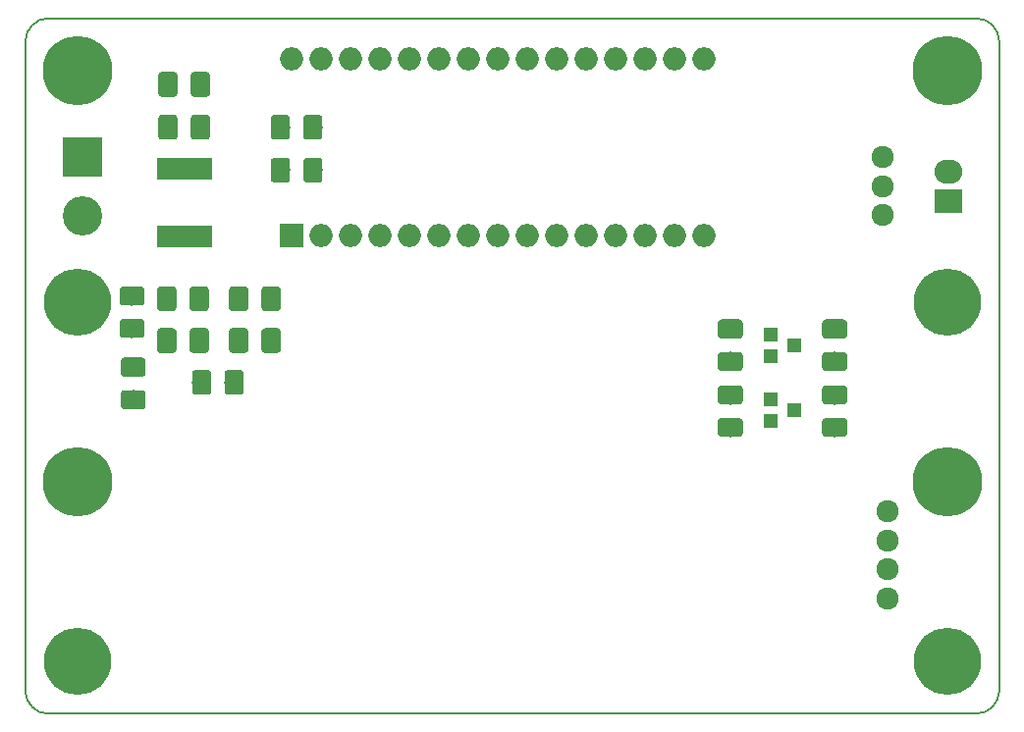
<source format=gbr>
%TF.GenerationSoftware,KiCad,Pcbnew,(5.0.0)*%
%TF.CreationDate,2020-03-04T20:02:55+00:00*%
%TF.ProjectId,Blast Furnace PCB,426C617374204675726E616365205043,rev?*%
%TF.SameCoordinates,Original*%
%TF.FileFunction,Soldermask,Top*%
%TF.FilePolarity,Negative*%
%FSLAX46Y46*%
G04 Gerber Fmt 4.6, Leading zero omitted, Abs format (unit mm)*
G04 Created by KiCad (PCBNEW (5.0.0)) date 03/04/20 20:02:55*
%MOMM*%
%LPD*%
G01*
G04 APERTURE LIST*
%ADD10C,0.150000*%
%ADD11C,1.924000*%
%ADD12C,6.000000*%
%ADD13C,5.800000*%
%ADD14R,2.000000X2.000000*%
%ADD15O,2.000000X2.000000*%
%ADD16C,3.400000*%
%ADD17R,3.400000X3.400000*%
%ADD18R,2.400000X2.100000*%
%ADD19O,2.400000X2.100000*%
%ADD20C,1.650000*%
%ADD21R,0.850000X1.850000*%
%ADD22R,1.300000X1.200000*%
G04 APERTURE END LIST*
D10*
X79100000Y-148600000D02*
G75*
G02X77100000Y-146600000I0J2000000D01*
G01*
X77100000Y-90600000D02*
G75*
G02X79100000Y-88600000I2000000J0D01*
G01*
X159100000Y-88600000D02*
G75*
G02X161100000Y-90600000I0J-2000000D01*
G01*
X161100000Y-146600000D02*
G75*
G02X159100000Y-148600000I-2000000J0D01*
G01*
X77100000Y-90600000D02*
X77100000Y-146600000D01*
X159100000Y-88600000D02*
X79100000Y-88600000D01*
X161100000Y-146600000D02*
X161100000Y-90600000D01*
X79098438Y-148600000D02*
X159100000Y-148600000D01*
D11*
X151450000Y-138650000D03*
X151450000Y-136150000D03*
X151450000Y-133650000D03*
X151450000Y-131150000D03*
D12*
X156600000Y-128600000D03*
X81600000Y-128600000D03*
D13*
X81600000Y-113100000D03*
X156600000Y-113100000D03*
D11*
X151000000Y-100600000D03*
X151000000Y-105600000D03*
X151000000Y-103100000D03*
D14*
X100050000Y-107300000D03*
D15*
X133070000Y-92060000D03*
X102590000Y-107300000D03*
X130530000Y-92060000D03*
X105130000Y-107300000D03*
X127990000Y-92060000D03*
X107670000Y-107300000D03*
X125450000Y-92060000D03*
X110210000Y-107300000D03*
X122910000Y-92060000D03*
X112750000Y-107300000D03*
X120370000Y-92060000D03*
X115290000Y-107300000D03*
X117830000Y-92060000D03*
X117830000Y-107300000D03*
X115290000Y-92060000D03*
X120370000Y-107300000D03*
X112750000Y-92060000D03*
X122910000Y-107300000D03*
X110210000Y-92060000D03*
X125450000Y-107300000D03*
X107670000Y-92060000D03*
X127990000Y-107300000D03*
X105130000Y-92060000D03*
X130530000Y-107300000D03*
X102590000Y-92060000D03*
X133070000Y-107300000D03*
X100050000Y-92060000D03*
X135610000Y-107300000D03*
X135610000Y-92060000D03*
D16*
X82000000Y-105640000D03*
D17*
X82000000Y-100560000D03*
D13*
X156600000Y-144100000D03*
X81600000Y-144100000D03*
D12*
X156600000Y-93100000D03*
X81600000Y-93100000D03*
D18*
X156700000Y-104350000D03*
D19*
X156700000Y-101850000D03*
D10*
G36*
X95627346Y-118926589D02*
X95659380Y-118931341D01*
X95690794Y-118939210D01*
X95721286Y-118950120D01*
X95750561Y-118963966D01*
X95778338Y-118980615D01*
X95804350Y-118999907D01*
X95828345Y-119021655D01*
X95850093Y-119045650D01*
X95869385Y-119071662D01*
X95886034Y-119099439D01*
X95899880Y-119128714D01*
X95910790Y-119159206D01*
X95918659Y-119190620D01*
X95923411Y-119222654D01*
X95925000Y-119255000D01*
X95925000Y-120745000D01*
X95923411Y-120777346D01*
X95918659Y-120809380D01*
X95910790Y-120840794D01*
X95899880Y-120871286D01*
X95886034Y-120900561D01*
X95869385Y-120928338D01*
X95850093Y-120954350D01*
X95828345Y-120978345D01*
X95804350Y-121000093D01*
X95778338Y-121019385D01*
X95750561Y-121036034D01*
X95721286Y-121049880D01*
X95690794Y-121060790D01*
X95659380Y-121068659D01*
X95627346Y-121073411D01*
X95595000Y-121075000D01*
X94605000Y-121075000D01*
X94572654Y-121073411D01*
X94540620Y-121068659D01*
X94509206Y-121060790D01*
X94478714Y-121049880D01*
X94449439Y-121036034D01*
X94421662Y-121019385D01*
X94395650Y-121000093D01*
X94371655Y-120978345D01*
X94349907Y-120954350D01*
X94330615Y-120928338D01*
X94313966Y-120900561D01*
X94300120Y-120871286D01*
X94289210Y-120840794D01*
X94281341Y-120809380D01*
X94276589Y-120777346D01*
X94275000Y-120745000D01*
X94275000Y-119255000D01*
X94276589Y-119222654D01*
X94281341Y-119190620D01*
X94289210Y-119159206D01*
X94300120Y-119128714D01*
X94313966Y-119099439D01*
X94330615Y-119071662D01*
X94349907Y-119045650D01*
X94371655Y-119021655D01*
X94395650Y-118999907D01*
X94421662Y-118980615D01*
X94449439Y-118963966D01*
X94478714Y-118950120D01*
X94509206Y-118939210D01*
X94540620Y-118931341D01*
X94572654Y-118926589D01*
X94605000Y-118925000D01*
X95595000Y-118925000D01*
X95627346Y-118926589D01*
X95627346Y-118926589D01*
G37*
D20*
X95100000Y-120000000D03*
D10*
G36*
X92827346Y-118926589D02*
X92859380Y-118931341D01*
X92890794Y-118939210D01*
X92921286Y-118950120D01*
X92950561Y-118963966D01*
X92978338Y-118980615D01*
X93004350Y-118999907D01*
X93028345Y-119021655D01*
X93050093Y-119045650D01*
X93069385Y-119071662D01*
X93086034Y-119099439D01*
X93099880Y-119128714D01*
X93110790Y-119159206D01*
X93118659Y-119190620D01*
X93123411Y-119222654D01*
X93125000Y-119255000D01*
X93125000Y-120745000D01*
X93123411Y-120777346D01*
X93118659Y-120809380D01*
X93110790Y-120840794D01*
X93099880Y-120871286D01*
X93086034Y-120900561D01*
X93069385Y-120928338D01*
X93050093Y-120954350D01*
X93028345Y-120978345D01*
X93004350Y-121000093D01*
X92978338Y-121019385D01*
X92950561Y-121036034D01*
X92921286Y-121049880D01*
X92890794Y-121060790D01*
X92859380Y-121068659D01*
X92827346Y-121073411D01*
X92795000Y-121075000D01*
X91805000Y-121075000D01*
X91772654Y-121073411D01*
X91740620Y-121068659D01*
X91709206Y-121060790D01*
X91678714Y-121049880D01*
X91649439Y-121036034D01*
X91621662Y-121019385D01*
X91595650Y-121000093D01*
X91571655Y-120978345D01*
X91549907Y-120954350D01*
X91530615Y-120928338D01*
X91513966Y-120900561D01*
X91500120Y-120871286D01*
X91489210Y-120840794D01*
X91481341Y-120809380D01*
X91476589Y-120777346D01*
X91475000Y-120745000D01*
X91475000Y-119255000D01*
X91476589Y-119222654D01*
X91481341Y-119190620D01*
X91489210Y-119159206D01*
X91500120Y-119128714D01*
X91513966Y-119099439D01*
X91530615Y-119071662D01*
X91549907Y-119045650D01*
X91571655Y-119021655D01*
X91595650Y-118999907D01*
X91621662Y-118980615D01*
X91649439Y-118963966D01*
X91678714Y-118950120D01*
X91709206Y-118939210D01*
X91740620Y-118931341D01*
X91772654Y-118926589D01*
X91805000Y-118925000D01*
X92795000Y-118925000D01*
X92827346Y-118926589D01*
X92827346Y-118926589D01*
G37*
D20*
X92300000Y-120000000D03*
D10*
G36*
X89827346Y-115326589D02*
X89859380Y-115331341D01*
X89890794Y-115339210D01*
X89921286Y-115350120D01*
X89950561Y-115363966D01*
X89978338Y-115380615D01*
X90004350Y-115399907D01*
X90028345Y-115421655D01*
X90050093Y-115445650D01*
X90069385Y-115471662D01*
X90086034Y-115499439D01*
X90099880Y-115528714D01*
X90110790Y-115559206D01*
X90118659Y-115590620D01*
X90123411Y-115622654D01*
X90125000Y-115655000D01*
X90125000Y-117145000D01*
X90123411Y-117177346D01*
X90118659Y-117209380D01*
X90110790Y-117240794D01*
X90099880Y-117271286D01*
X90086034Y-117300561D01*
X90069385Y-117328338D01*
X90050093Y-117354350D01*
X90028345Y-117378345D01*
X90004350Y-117400093D01*
X89978338Y-117419385D01*
X89950561Y-117436034D01*
X89921286Y-117449880D01*
X89890794Y-117460790D01*
X89859380Y-117468659D01*
X89827346Y-117473411D01*
X89795000Y-117475000D01*
X88805000Y-117475000D01*
X88772654Y-117473411D01*
X88740620Y-117468659D01*
X88709206Y-117460790D01*
X88678714Y-117449880D01*
X88649439Y-117436034D01*
X88621662Y-117419385D01*
X88595650Y-117400093D01*
X88571655Y-117378345D01*
X88549907Y-117354350D01*
X88530615Y-117328338D01*
X88513966Y-117300561D01*
X88500120Y-117271286D01*
X88489210Y-117240794D01*
X88481341Y-117209380D01*
X88476589Y-117177346D01*
X88475000Y-117145000D01*
X88475000Y-115655000D01*
X88476589Y-115622654D01*
X88481341Y-115590620D01*
X88489210Y-115559206D01*
X88500120Y-115528714D01*
X88513966Y-115499439D01*
X88530615Y-115471662D01*
X88549907Y-115445650D01*
X88571655Y-115421655D01*
X88595650Y-115399907D01*
X88621662Y-115380615D01*
X88649439Y-115363966D01*
X88678714Y-115350120D01*
X88709206Y-115339210D01*
X88740620Y-115331341D01*
X88772654Y-115326589D01*
X88805000Y-115325000D01*
X89795000Y-115325000D01*
X89827346Y-115326589D01*
X89827346Y-115326589D01*
G37*
D20*
X89300000Y-116400000D03*
D10*
G36*
X92627346Y-115326589D02*
X92659380Y-115331341D01*
X92690794Y-115339210D01*
X92721286Y-115350120D01*
X92750561Y-115363966D01*
X92778338Y-115380615D01*
X92804350Y-115399907D01*
X92828345Y-115421655D01*
X92850093Y-115445650D01*
X92869385Y-115471662D01*
X92886034Y-115499439D01*
X92899880Y-115528714D01*
X92910790Y-115559206D01*
X92918659Y-115590620D01*
X92923411Y-115622654D01*
X92925000Y-115655000D01*
X92925000Y-117145000D01*
X92923411Y-117177346D01*
X92918659Y-117209380D01*
X92910790Y-117240794D01*
X92899880Y-117271286D01*
X92886034Y-117300561D01*
X92869385Y-117328338D01*
X92850093Y-117354350D01*
X92828345Y-117378345D01*
X92804350Y-117400093D01*
X92778338Y-117419385D01*
X92750561Y-117436034D01*
X92721286Y-117449880D01*
X92690794Y-117460790D01*
X92659380Y-117468659D01*
X92627346Y-117473411D01*
X92595000Y-117475000D01*
X91605000Y-117475000D01*
X91572654Y-117473411D01*
X91540620Y-117468659D01*
X91509206Y-117460790D01*
X91478714Y-117449880D01*
X91449439Y-117436034D01*
X91421662Y-117419385D01*
X91395650Y-117400093D01*
X91371655Y-117378345D01*
X91349907Y-117354350D01*
X91330615Y-117328338D01*
X91313966Y-117300561D01*
X91300120Y-117271286D01*
X91289210Y-117240794D01*
X91281341Y-117209380D01*
X91276589Y-117177346D01*
X91275000Y-117145000D01*
X91275000Y-115655000D01*
X91276589Y-115622654D01*
X91281341Y-115590620D01*
X91289210Y-115559206D01*
X91300120Y-115528714D01*
X91313966Y-115499439D01*
X91330615Y-115471662D01*
X91349907Y-115445650D01*
X91371655Y-115421655D01*
X91395650Y-115399907D01*
X91421662Y-115380615D01*
X91449439Y-115363966D01*
X91478714Y-115350120D01*
X91509206Y-115339210D01*
X91540620Y-115331341D01*
X91572654Y-115326589D01*
X91605000Y-115325000D01*
X92595000Y-115325000D01*
X92627346Y-115326589D01*
X92627346Y-115326589D01*
G37*
D20*
X92100000Y-116400000D03*
D10*
G36*
X96027346Y-111726589D02*
X96059380Y-111731341D01*
X96090794Y-111739210D01*
X96121286Y-111750120D01*
X96150561Y-111763966D01*
X96178338Y-111780615D01*
X96204350Y-111799907D01*
X96228345Y-111821655D01*
X96250093Y-111845650D01*
X96269385Y-111871662D01*
X96286034Y-111899439D01*
X96299880Y-111928714D01*
X96310790Y-111959206D01*
X96318659Y-111990620D01*
X96323411Y-112022654D01*
X96325000Y-112055000D01*
X96325000Y-113545000D01*
X96323411Y-113577346D01*
X96318659Y-113609380D01*
X96310790Y-113640794D01*
X96299880Y-113671286D01*
X96286034Y-113700561D01*
X96269385Y-113728338D01*
X96250093Y-113754350D01*
X96228345Y-113778345D01*
X96204350Y-113800093D01*
X96178338Y-113819385D01*
X96150561Y-113836034D01*
X96121286Y-113849880D01*
X96090794Y-113860790D01*
X96059380Y-113868659D01*
X96027346Y-113873411D01*
X95995000Y-113875000D01*
X95005000Y-113875000D01*
X94972654Y-113873411D01*
X94940620Y-113868659D01*
X94909206Y-113860790D01*
X94878714Y-113849880D01*
X94849439Y-113836034D01*
X94821662Y-113819385D01*
X94795650Y-113800093D01*
X94771655Y-113778345D01*
X94749907Y-113754350D01*
X94730615Y-113728338D01*
X94713966Y-113700561D01*
X94700120Y-113671286D01*
X94689210Y-113640794D01*
X94681341Y-113609380D01*
X94676589Y-113577346D01*
X94675000Y-113545000D01*
X94675000Y-112055000D01*
X94676589Y-112022654D01*
X94681341Y-111990620D01*
X94689210Y-111959206D01*
X94700120Y-111928714D01*
X94713966Y-111899439D01*
X94730615Y-111871662D01*
X94749907Y-111845650D01*
X94771655Y-111821655D01*
X94795650Y-111799907D01*
X94821662Y-111780615D01*
X94849439Y-111763966D01*
X94878714Y-111750120D01*
X94909206Y-111739210D01*
X94940620Y-111731341D01*
X94972654Y-111726589D01*
X95005000Y-111725000D01*
X95995000Y-111725000D01*
X96027346Y-111726589D01*
X96027346Y-111726589D01*
G37*
D20*
X95500000Y-112800000D03*
D10*
G36*
X98827346Y-111726589D02*
X98859380Y-111731341D01*
X98890794Y-111739210D01*
X98921286Y-111750120D01*
X98950561Y-111763966D01*
X98978338Y-111780615D01*
X99004350Y-111799907D01*
X99028345Y-111821655D01*
X99050093Y-111845650D01*
X99069385Y-111871662D01*
X99086034Y-111899439D01*
X99099880Y-111928714D01*
X99110790Y-111959206D01*
X99118659Y-111990620D01*
X99123411Y-112022654D01*
X99125000Y-112055000D01*
X99125000Y-113545000D01*
X99123411Y-113577346D01*
X99118659Y-113609380D01*
X99110790Y-113640794D01*
X99099880Y-113671286D01*
X99086034Y-113700561D01*
X99069385Y-113728338D01*
X99050093Y-113754350D01*
X99028345Y-113778345D01*
X99004350Y-113800093D01*
X98978338Y-113819385D01*
X98950561Y-113836034D01*
X98921286Y-113849880D01*
X98890794Y-113860790D01*
X98859380Y-113868659D01*
X98827346Y-113873411D01*
X98795000Y-113875000D01*
X97805000Y-113875000D01*
X97772654Y-113873411D01*
X97740620Y-113868659D01*
X97709206Y-113860790D01*
X97678714Y-113849880D01*
X97649439Y-113836034D01*
X97621662Y-113819385D01*
X97595650Y-113800093D01*
X97571655Y-113778345D01*
X97549907Y-113754350D01*
X97530615Y-113728338D01*
X97513966Y-113700561D01*
X97500120Y-113671286D01*
X97489210Y-113640794D01*
X97481341Y-113609380D01*
X97476589Y-113577346D01*
X97475000Y-113545000D01*
X97475000Y-112055000D01*
X97476589Y-112022654D01*
X97481341Y-111990620D01*
X97489210Y-111959206D01*
X97500120Y-111928714D01*
X97513966Y-111899439D01*
X97530615Y-111871662D01*
X97549907Y-111845650D01*
X97571655Y-111821655D01*
X97595650Y-111799907D01*
X97621662Y-111780615D01*
X97649439Y-111763966D01*
X97678714Y-111750120D01*
X97709206Y-111739210D01*
X97740620Y-111731341D01*
X97772654Y-111726589D01*
X97805000Y-111725000D01*
X98795000Y-111725000D01*
X98827346Y-111726589D01*
X98827346Y-111726589D01*
G37*
D20*
X98300000Y-112800000D03*
D10*
G36*
X89827346Y-111726589D02*
X89859380Y-111731341D01*
X89890794Y-111739210D01*
X89921286Y-111750120D01*
X89950561Y-111763966D01*
X89978338Y-111780615D01*
X90004350Y-111799907D01*
X90028345Y-111821655D01*
X90050093Y-111845650D01*
X90069385Y-111871662D01*
X90086034Y-111899439D01*
X90099880Y-111928714D01*
X90110790Y-111959206D01*
X90118659Y-111990620D01*
X90123411Y-112022654D01*
X90125000Y-112055000D01*
X90125000Y-113545000D01*
X90123411Y-113577346D01*
X90118659Y-113609380D01*
X90110790Y-113640794D01*
X90099880Y-113671286D01*
X90086034Y-113700561D01*
X90069385Y-113728338D01*
X90050093Y-113754350D01*
X90028345Y-113778345D01*
X90004350Y-113800093D01*
X89978338Y-113819385D01*
X89950561Y-113836034D01*
X89921286Y-113849880D01*
X89890794Y-113860790D01*
X89859380Y-113868659D01*
X89827346Y-113873411D01*
X89795000Y-113875000D01*
X88805000Y-113875000D01*
X88772654Y-113873411D01*
X88740620Y-113868659D01*
X88709206Y-113860790D01*
X88678714Y-113849880D01*
X88649439Y-113836034D01*
X88621662Y-113819385D01*
X88595650Y-113800093D01*
X88571655Y-113778345D01*
X88549907Y-113754350D01*
X88530615Y-113728338D01*
X88513966Y-113700561D01*
X88500120Y-113671286D01*
X88489210Y-113640794D01*
X88481341Y-113609380D01*
X88476589Y-113577346D01*
X88475000Y-113545000D01*
X88475000Y-112055000D01*
X88476589Y-112022654D01*
X88481341Y-111990620D01*
X88489210Y-111959206D01*
X88500120Y-111928714D01*
X88513966Y-111899439D01*
X88530615Y-111871662D01*
X88549907Y-111845650D01*
X88571655Y-111821655D01*
X88595650Y-111799907D01*
X88621662Y-111780615D01*
X88649439Y-111763966D01*
X88678714Y-111750120D01*
X88709206Y-111739210D01*
X88740620Y-111731341D01*
X88772654Y-111726589D01*
X88805000Y-111725000D01*
X89795000Y-111725000D01*
X89827346Y-111726589D01*
X89827346Y-111726589D01*
G37*
D20*
X89300000Y-112800000D03*
D10*
G36*
X92627346Y-111726589D02*
X92659380Y-111731341D01*
X92690794Y-111739210D01*
X92721286Y-111750120D01*
X92750561Y-111763966D01*
X92778338Y-111780615D01*
X92804350Y-111799907D01*
X92828345Y-111821655D01*
X92850093Y-111845650D01*
X92869385Y-111871662D01*
X92886034Y-111899439D01*
X92899880Y-111928714D01*
X92910790Y-111959206D01*
X92918659Y-111990620D01*
X92923411Y-112022654D01*
X92925000Y-112055000D01*
X92925000Y-113545000D01*
X92923411Y-113577346D01*
X92918659Y-113609380D01*
X92910790Y-113640794D01*
X92899880Y-113671286D01*
X92886034Y-113700561D01*
X92869385Y-113728338D01*
X92850093Y-113754350D01*
X92828345Y-113778345D01*
X92804350Y-113800093D01*
X92778338Y-113819385D01*
X92750561Y-113836034D01*
X92721286Y-113849880D01*
X92690794Y-113860790D01*
X92659380Y-113868659D01*
X92627346Y-113873411D01*
X92595000Y-113875000D01*
X91605000Y-113875000D01*
X91572654Y-113873411D01*
X91540620Y-113868659D01*
X91509206Y-113860790D01*
X91478714Y-113849880D01*
X91449439Y-113836034D01*
X91421662Y-113819385D01*
X91395650Y-113800093D01*
X91371655Y-113778345D01*
X91349907Y-113754350D01*
X91330615Y-113728338D01*
X91313966Y-113700561D01*
X91300120Y-113671286D01*
X91289210Y-113640794D01*
X91281341Y-113609380D01*
X91276589Y-113577346D01*
X91275000Y-113545000D01*
X91275000Y-112055000D01*
X91276589Y-112022654D01*
X91281341Y-111990620D01*
X91289210Y-111959206D01*
X91300120Y-111928714D01*
X91313966Y-111899439D01*
X91330615Y-111871662D01*
X91349907Y-111845650D01*
X91371655Y-111821655D01*
X91395650Y-111799907D01*
X91421662Y-111780615D01*
X91449439Y-111763966D01*
X91478714Y-111750120D01*
X91509206Y-111739210D01*
X91540620Y-111731341D01*
X91572654Y-111726589D01*
X91605000Y-111725000D01*
X92595000Y-111725000D01*
X92627346Y-111726589D01*
X92627346Y-111726589D01*
G37*
D20*
X92100000Y-112800000D03*
D10*
G36*
X98827346Y-115326589D02*
X98859380Y-115331341D01*
X98890794Y-115339210D01*
X98921286Y-115350120D01*
X98950561Y-115363966D01*
X98978338Y-115380615D01*
X99004350Y-115399907D01*
X99028345Y-115421655D01*
X99050093Y-115445650D01*
X99069385Y-115471662D01*
X99086034Y-115499439D01*
X99099880Y-115528714D01*
X99110790Y-115559206D01*
X99118659Y-115590620D01*
X99123411Y-115622654D01*
X99125000Y-115655000D01*
X99125000Y-117145000D01*
X99123411Y-117177346D01*
X99118659Y-117209380D01*
X99110790Y-117240794D01*
X99099880Y-117271286D01*
X99086034Y-117300561D01*
X99069385Y-117328338D01*
X99050093Y-117354350D01*
X99028345Y-117378345D01*
X99004350Y-117400093D01*
X98978338Y-117419385D01*
X98950561Y-117436034D01*
X98921286Y-117449880D01*
X98890794Y-117460790D01*
X98859380Y-117468659D01*
X98827346Y-117473411D01*
X98795000Y-117475000D01*
X97805000Y-117475000D01*
X97772654Y-117473411D01*
X97740620Y-117468659D01*
X97709206Y-117460790D01*
X97678714Y-117449880D01*
X97649439Y-117436034D01*
X97621662Y-117419385D01*
X97595650Y-117400093D01*
X97571655Y-117378345D01*
X97549907Y-117354350D01*
X97530615Y-117328338D01*
X97513966Y-117300561D01*
X97500120Y-117271286D01*
X97489210Y-117240794D01*
X97481341Y-117209380D01*
X97476589Y-117177346D01*
X97475000Y-117145000D01*
X97475000Y-115655000D01*
X97476589Y-115622654D01*
X97481341Y-115590620D01*
X97489210Y-115559206D01*
X97500120Y-115528714D01*
X97513966Y-115499439D01*
X97530615Y-115471662D01*
X97549907Y-115445650D01*
X97571655Y-115421655D01*
X97595650Y-115399907D01*
X97621662Y-115380615D01*
X97649439Y-115363966D01*
X97678714Y-115350120D01*
X97709206Y-115339210D01*
X97740620Y-115331341D01*
X97772654Y-115326589D01*
X97805000Y-115325000D01*
X98795000Y-115325000D01*
X98827346Y-115326589D01*
X98827346Y-115326589D01*
G37*
D20*
X98300000Y-116400000D03*
D10*
G36*
X96027346Y-115326589D02*
X96059380Y-115331341D01*
X96090794Y-115339210D01*
X96121286Y-115350120D01*
X96150561Y-115363966D01*
X96178338Y-115380615D01*
X96204350Y-115399907D01*
X96228345Y-115421655D01*
X96250093Y-115445650D01*
X96269385Y-115471662D01*
X96286034Y-115499439D01*
X96299880Y-115528714D01*
X96310790Y-115559206D01*
X96318659Y-115590620D01*
X96323411Y-115622654D01*
X96325000Y-115655000D01*
X96325000Y-117145000D01*
X96323411Y-117177346D01*
X96318659Y-117209380D01*
X96310790Y-117240794D01*
X96299880Y-117271286D01*
X96286034Y-117300561D01*
X96269385Y-117328338D01*
X96250093Y-117354350D01*
X96228345Y-117378345D01*
X96204350Y-117400093D01*
X96178338Y-117419385D01*
X96150561Y-117436034D01*
X96121286Y-117449880D01*
X96090794Y-117460790D01*
X96059380Y-117468659D01*
X96027346Y-117473411D01*
X95995000Y-117475000D01*
X95005000Y-117475000D01*
X94972654Y-117473411D01*
X94940620Y-117468659D01*
X94909206Y-117460790D01*
X94878714Y-117449880D01*
X94849439Y-117436034D01*
X94821662Y-117419385D01*
X94795650Y-117400093D01*
X94771655Y-117378345D01*
X94749907Y-117354350D01*
X94730615Y-117328338D01*
X94713966Y-117300561D01*
X94700120Y-117271286D01*
X94689210Y-117240794D01*
X94681341Y-117209380D01*
X94676589Y-117177346D01*
X94675000Y-117145000D01*
X94675000Y-115655000D01*
X94676589Y-115622654D01*
X94681341Y-115590620D01*
X94689210Y-115559206D01*
X94700120Y-115528714D01*
X94713966Y-115499439D01*
X94730615Y-115471662D01*
X94749907Y-115445650D01*
X94771655Y-115421655D01*
X94795650Y-115399907D01*
X94821662Y-115380615D01*
X94849439Y-115363966D01*
X94878714Y-115350120D01*
X94909206Y-115339210D01*
X94940620Y-115331341D01*
X94972654Y-115326589D01*
X95005000Y-115325000D01*
X95995000Y-115325000D01*
X96027346Y-115326589D01*
X96027346Y-115326589D01*
G37*
D20*
X95500000Y-116400000D03*
D10*
G36*
X92727346Y-96926589D02*
X92759380Y-96931341D01*
X92790794Y-96939210D01*
X92821286Y-96950120D01*
X92850561Y-96963966D01*
X92878338Y-96980615D01*
X92904350Y-96999907D01*
X92928345Y-97021655D01*
X92950093Y-97045650D01*
X92969385Y-97071662D01*
X92986034Y-97099439D01*
X92999880Y-97128714D01*
X93010790Y-97159206D01*
X93018659Y-97190620D01*
X93023411Y-97222654D01*
X93025000Y-97255000D01*
X93025000Y-98745000D01*
X93023411Y-98777346D01*
X93018659Y-98809380D01*
X93010790Y-98840794D01*
X92999880Y-98871286D01*
X92986034Y-98900561D01*
X92969385Y-98928338D01*
X92950093Y-98954350D01*
X92928345Y-98978345D01*
X92904350Y-99000093D01*
X92878338Y-99019385D01*
X92850561Y-99036034D01*
X92821286Y-99049880D01*
X92790794Y-99060790D01*
X92759380Y-99068659D01*
X92727346Y-99073411D01*
X92695000Y-99075000D01*
X91705000Y-99075000D01*
X91672654Y-99073411D01*
X91640620Y-99068659D01*
X91609206Y-99060790D01*
X91578714Y-99049880D01*
X91549439Y-99036034D01*
X91521662Y-99019385D01*
X91495650Y-99000093D01*
X91471655Y-98978345D01*
X91449907Y-98954350D01*
X91430615Y-98928338D01*
X91413966Y-98900561D01*
X91400120Y-98871286D01*
X91389210Y-98840794D01*
X91381341Y-98809380D01*
X91376589Y-98777346D01*
X91375000Y-98745000D01*
X91375000Y-97255000D01*
X91376589Y-97222654D01*
X91381341Y-97190620D01*
X91389210Y-97159206D01*
X91400120Y-97128714D01*
X91413966Y-97099439D01*
X91430615Y-97071662D01*
X91449907Y-97045650D01*
X91471655Y-97021655D01*
X91495650Y-96999907D01*
X91521662Y-96980615D01*
X91549439Y-96963966D01*
X91578714Y-96950120D01*
X91609206Y-96939210D01*
X91640620Y-96931341D01*
X91672654Y-96926589D01*
X91705000Y-96925000D01*
X92695000Y-96925000D01*
X92727346Y-96926589D01*
X92727346Y-96926589D01*
G37*
D20*
X92200000Y-98000000D03*
D10*
G36*
X89927346Y-96926589D02*
X89959380Y-96931341D01*
X89990794Y-96939210D01*
X90021286Y-96950120D01*
X90050561Y-96963966D01*
X90078338Y-96980615D01*
X90104350Y-96999907D01*
X90128345Y-97021655D01*
X90150093Y-97045650D01*
X90169385Y-97071662D01*
X90186034Y-97099439D01*
X90199880Y-97128714D01*
X90210790Y-97159206D01*
X90218659Y-97190620D01*
X90223411Y-97222654D01*
X90225000Y-97255000D01*
X90225000Y-98745000D01*
X90223411Y-98777346D01*
X90218659Y-98809380D01*
X90210790Y-98840794D01*
X90199880Y-98871286D01*
X90186034Y-98900561D01*
X90169385Y-98928338D01*
X90150093Y-98954350D01*
X90128345Y-98978345D01*
X90104350Y-99000093D01*
X90078338Y-99019385D01*
X90050561Y-99036034D01*
X90021286Y-99049880D01*
X89990794Y-99060790D01*
X89959380Y-99068659D01*
X89927346Y-99073411D01*
X89895000Y-99075000D01*
X88905000Y-99075000D01*
X88872654Y-99073411D01*
X88840620Y-99068659D01*
X88809206Y-99060790D01*
X88778714Y-99049880D01*
X88749439Y-99036034D01*
X88721662Y-99019385D01*
X88695650Y-99000093D01*
X88671655Y-98978345D01*
X88649907Y-98954350D01*
X88630615Y-98928338D01*
X88613966Y-98900561D01*
X88600120Y-98871286D01*
X88589210Y-98840794D01*
X88581341Y-98809380D01*
X88576589Y-98777346D01*
X88575000Y-98745000D01*
X88575000Y-97255000D01*
X88576589Y-97222654D01*
X88581341Y-97190620D01*
X88589210Y-97159206D01*
X88600120Y-97128714D01*
X88613966Y-97099439D01*
X88630615Y-97071662D01*
X88649907Y-97045650D01*
X88671655Y-97021655D01*
X88695650Y-96999907D01*
X88721662Y-96980615D01*
X88749439Y-96963966D01*
X88778714Y-96950120D01*
X88809206Y-96939210D01*
X88840620Y-96931341D01*
X88872654Y-96926589D01*
X88905000Y-96925000D01*
X89895000Y-96925000D01*
X89927346Y-96926589D01*
X89927346Y-96926589D01*
G37*
D20*
X89400000Y-98000000D03*
D10*
G36*
X89927346Y-93226589D02*
X89959380Y-93231341D01*
X89990794Y-93239210D01*
X90021286Y-93250120D01*
X90050561Y-93263966D01*
X90078338Y-93280615D01*
X90104350Y-93299907D01*
X90128345Y-93321655D01*
X90150093Y-93345650D01*
X90169385Y-93371662D01*
X90186034Y-93399439D01*
X90199880Y-93428714D01*
X90210790Y-93459206D01*
X90218659Y-93490620D01*
X90223411Y-93522654D01*
X90225000Y-93555000D01*
X90225000Y-95045000D01*
X90223411Y-95077346D01*
X90218659Y-95109380D01*
X90210790Y-95140794D01*
X90199880Y-95171286D01*
X90186034Y-95200561D01*
X90169385Y-95228338D01*
X90150093Y-95254350D01*
X90128345Y-95278345D01*
X90104350Y-95300093D01*
X90078338Y-95319385D01*
X90050561Y-95336034D01*
X90021286Y-95349880D01*
X89990794Y-95360790D01*
X89959380Y-95368659D01*
X89927346Y-95373411D01*
X89895000Y-95375000D01*
X88905000Y-95375000D01*
X88872654Y-95373411D01*
X88840620Y-95368659D01*
X88809206Y-95360790D01*
X88778714Y-95349880D01*
X88749439Y-95336034D01*
X88721662Y-95319385D01*
X88695650Y-95300093D01*
X88671655Y-95278345D01*
X88649907Y-95254350D01*
X88630615Y-95228338D01*
X88613966Y-95200561D01*
X88600120Y-95171286D01*
X88589210Y-95140794D01*
X88581341Y-95109380D01*
X88576589Y-95077346D01*
X88575000Y-95045000D01*
X88575000Y-93555000D01*
X88576589Y-93522654D01*
X88581341Y-93490620D01*
X88589210Y-93459206D01*
X88600120Y-93428714D01*
X88613966Y-93399439D01*
X88630615Y-93371662D01*
X88649907Y-93345650D01*
X88671655Y-93321655D01*
X88695650Y-93299907D01*
X88721662Y-93280615D01*
X88749439Y-93263966D01*
X88778714Y-93250120D01*
X88809206Y-93239210D01*
X88840620Y-93231341D01*
X88872654Y-93226589D01*
X88905000Y-93225000D01*
X89895000Y-93225000D01*
X89927346Y-93226589D01*
X89927346Y-93226589D01*
G37*
D20*
X89400000Y-94300000D03*
D10*
G36*
X92727346Y-93226589D02*
X92759380Y-93231341D01*
X92790794Y-93239210D01*
X92821286Y-93250120D01*
X92850561Y-93263966D01*
X92878338Y-93280615D01*
X92904350Y-93299907D01*
X92928345Y-93321655D01*
X92950093Y-93345650D01*
X92969385Y-93371662D01*
X92986034Y-93399439D01*
X92999880Y-93428714D01*
X93010790Y-93459206D01*
X93018659Y-93490620D01*
X93023411Y-93522654D01*
X93025000Y-93555000D01*
X93025000Y-95045000D01*
X93023411Y-95077346D01*
X93018659Y-95109380D01*
X93010790Y-95140794D01*
X92999880Y-95171286D01*
X92986034Y-95200561D01*
X92969385Y-95228338D01*
X92950093Y-95254350D01*
X92928345Y-95278345D01*
X92904350Y-95300093D01*
X92878338Y-95319385D01*
X92850561Y-95336034D01*
X92821286Y-95349880D01*
X92790794Y-95360790D01*
X92759380Y-95368659D01*
X92727346Y-95373411D01*
X92695000Y-95375000D01*
X91705000Y-95375000D01*
X91672654Y-95373411D01*
X91640620Y-95368659D01*
X91609206Y-95360790D01*
X91578714Y-95349880D01*
X91549439Y-95336034D01*
X91521662Y-95319385D01*
X91495650Y-95300093D01*
X91471655Y-95278345D01*
X91449907Y-95254350D01*
X91430615Y-95228338D01*
X91413966Y-95200561D01*
X91400120Y-95171286D01*
X91389210Y-95140794D01*
X91381341Y-95109380D01*
X91376589Y-95077346D01*
X91375000Y-95045000D01*
X91375000Y-93555000D01*
X91376589Y-93522654D01*
X91381341Y-93490620D01*
X91389210Y-93459206D01*
X91400120Y-93428714D01*
X91413966Y-93399439D01*
X91430615Y-93371662D01*
X91449907Y-93345650D01*
X91471655Y-93321655D01*
X91495650Y-93299907D01*
X91521662Y-93280615D01*
X91549439Y-93263966D01*
X91578714Y-93250120D01*
X91609206Y-93239210D01*
X91640620Y-93231341D01*
X91672654Y-93226589D01*
X91705000Y-93225000D01*
X92695000Y-93225000D01*
X92727346Y-93226589D01*
X92727346Y-93226589D01*
G37*
D20*
X92200000Y-94300000D03*
D10*
G36*
X102427346Y-100626589D02*
X102459380Y-100631341D01*
X102490794Y-100639210D01*
X102521286Y-100650120D01*
X102550561Y-100663966D01*
X102578338Y-100680615D01*
X102604350Y-100699907D01*
X102628345Y-100721655D01*
X102650093Y-100745650D01*
X102669385Y-100771662D01*
X102686034Y-100799439D01*
X102699880Y-100828714D01*
X102710790Y-100859206D01*
X102718659Y-100890620D01*
X102723411Y-100922654D01*
X102725000Y-100955000D01*
X102725000Y-102445000D01*
X102723411Y-102477346D01*
X102718659Y-102509380D01*
X102710790Y-102540794D01*
X102699880Y-102571286D01*
X102686034Y-102600561D01*
X102669385Y-102628338D01*
X102650093Y-102654350D01*
X102628345Y-102678345D01*
X102604350Y-102700093D01*
X102578338Y-102719385D01*
X102550561Y-102736034D01*
X102521286Y-102749880D01*
X102490794Y-102760790D01*
X102459380Y-102768659D01*
X102427346Y-102773411D01*
X102395000Y-102775000D01*
X101405000Y-102775000D01*
X101372654Y-102773411D01*
X101340620Y-102768659D01*
X101309206Y-102760790D01*
X101278714Y-102749880D01*
X101249439Y-102736034D01*
X101221662Y-102719385D01*
X101195650Y-102700093D01*
X101171655Y-102678345D01*
X101149907Y-102654350D01*
X101130615Y-102628338D01*
X101113966Y-102600561D01*
X101100120Y-102571286D01*
X101089210Y-102540794D01*
X101081341Y-102509380D01*
X101076589Y-102477346D01*
X101075000Y-102445000D01*
X101075000Y-100955000D01*
X101076589Y-100922654D01*
X101081341Y-100890620D01*
X101089210Y-100859206D01*
X101100120Y-100828714D01*
X101113966Y-100799439D01*
X101130615Y-100771662D01*
X101149907Y-100745650D01*
X101171655Y-100721655D01*
X101195650Y-100699907D01*
X101221662Y-100680615D01*
X101249439Y-100663966D01*
X101278714Y-100650120D01*
X101309206Y-100639210D01*
X101340620Y-100631341D01*
X101372654Y-100626589D01*
X101405000Y-100625000D01*
X102395000Y-100625000D01*
X102427346Y-100626589D01*
X102427346Y-100626589D01*
G37*
D20*
X101900000Y-101700000D03*
D10*
G36*
X99627346Y-100626589D02*
X99659380Y-100631341D01*
X99690794Y-100639210D01*
X99721286Y-100650120D01*
X99750561Y-100663966D01*
X99778338Y-100680615D01*
X99804350Y-100699907D01*
X99828345Y-100721655D01*
X99850093Y-100745650D01*
X99869385Y-100771662D01*
X99886034Y-100799439D01*
X99899880Y-100828714D01*
X99910790Y-100859206D01*
X99918659Y-100890620D01*
X99923411Y-100922654D01*
X99925000Y-100955000D01*
X99925000Y-102445000D01*
X99923411Y-102477346D01*
X99918659Y-102509380D01*
X99910790Y-102540794D01*
X99899880Y-102571286D01*
X99886034Y-102600561D01*
X99869385Y-102628338D01*
X99850093Y-102654350D01*
X99828345Y-102678345D01*
X99804350Y-102700093D01*
X99778338Y-102719385D01*
X99750561Y-102736034D01*
X99721286Y-102749880D01*
X99690794Y-102760790D01*
X99659380Y-102768659D01*
X99627346Y-102773411D01*
X99595000Y-102775000D01*
X98605000Y-102775000D01*
X98572654Y-102773411D01*
X98540620Y-102768659D01*
X98509206Y-102760790D01*
X98478714Y-102749880D01*
X98449439Y-102736034D01*
X98421662Y-102719385D01*
X98395650Y-102700093D01*
X98371655Y-102678345D01*
X98349907Y-102654350D01*
X98330615Y-102628338D01*
X98313966Y-102600561D01*
X98300120Y-102571286D01*
X98289210Y-102540794D01*
X98281341Y-102509380D01*
X98276589Y-102477346D01*
X98275000Y-102445000D01*
X98275000Y-100955000D01*
X98276589Y-100922654D01*
X98281341Y-100890620D01*
X98289210Y-100859206D01*
X98300120Y-100828714D01*
X98313966Y-100799439D01*
X98330615Y-100771662D01*
X98349907Y-100745650D01*
X98371655Y-100721655D01*
X98395650Y-100699907D01*
X98421662Y-100680615D01*
X98449439Y-100663966D01*
X98478714Y-100650120D01*
X98509206Y-100639210D01*
X98540620Y-100631341D01*
X98572654Y-100626589D01*
X98605000Y-100625000D01*
X99595000Y-100625000D01*
X99627346Y-100626589D01*
X99627346Y-100626589D01*
G37*
D20*
X99100000Y-101700000D03*
D10*
G36*
X99627346Y-96926589D02*
X99659380Y-96931341D01*
X99690794Y-96939210D01*
X99721286Y-96950120D01*
X99750561Y-96963966D01*
X99778338Y-96980615D01*
X99804350Y-96999907D01*
X99828345Y-97021655D01*
X99850093Y-97045650D01*
X99869385Y-97071662D01*
X99886034Y-97099439D01*
X99899880Y-97128714D01*
X99910790Y-97159206D01*
X99918659Y-97190620D01*
X99923411Y-97222654D01*
X99925000Y-97255000D01*
X99925000Y-98745000D01*
X99923411Y-98777346D01*
X99918659Y-98809380D01*
X99910790Y-98840794D01*
X99899880Y-98871286D01*
X99886034Y-98900561D01*
X99869385Y-98928338D01*
X99850093Y-98954350D01*
X99828345Y-98978345D01*
X99804350Y-99000093D01*
X99778338Y-99019385D01*
X99750561Y-99036034D01*
X99721286Y-99049880D01*
X99690794Y-99060790D01*
X99659380Y-99068659D01*
X99627346Y-99073411D01*
X99595000Y-99075000D01*
X98605000Y-99075000D01*
X98572654Y-99073411D01*
X98540620Y-99068659D01*
X98509206Y-99060790D01*
X98478714Y-99049880D01*
X98449439Y-99036034D01*
X98421662Y-99019385D01*
X98395650Y-99000093D01*
X98371655Y-98978345D01*
X98349907Y-98954350D01*
X98330615Y-98928338D01*
X98313966Y-98900561D01*
X98300120Y-98871286D01*
X98289210Y-98840794D01*
X98281341Y-98809380D01*
X98276589Y-98777346D01*
X98275000Y-98745000D01*
X98275000Y-97255000D01*
X98276589Y-97222654D01*
X98281341Y-97190620D01*
X98289210Y-97159206D01*
X98300120Y-97128714D01*
X98313966Y-97099439D01*
X98330615Y-97071662D01*
X98349907Y-97045650D01*
X98371655Y-97021655D01*
X98395650Y-96999907D01*
X98421662Y-96980615D01*
X98449439Y-96963966D01*
X98478714Y-96950120D01*
X98509206Y-96939210D01*
X98540620Y-96931341D01*
X98572654Y-96926589D01*
X98605000Y-96925000D01*
X99595000Y-96925000D01*
X99627346Y-96926589D01*
X99627346Y-96926589D01*
G37*
D20*
X99100000Y-98000000D03*
D10*
G36*
X102427346Y-96926589D02*
X102459380Y-96931341D01*
X102490794Y-96939210D01*
X102521286Y-96950120D01*
X102550561Y-96963966D01*
X102578338Y-96980615D01*
X102604350Y-96999907D01*
X102628345Y-97021655D01*
X102650093Y-97045650D01*
X102669385Y-97071662D01*
X102686034Y-97099439D01*
X102699880Y-97128714D01*
X102710790Y-97159206D01*
X102718659Y-97190620D01*
X102723411Y-97222654D01*
X102725000Y-97255000D01*
X102725000Y-98745000D01*
X102723411Y-98777346D01*
X102718659Y-98809380D01*
X102710790Y-98840794D01*
X102699880Y-98871286D01*
X102686034Y-98900561D01*
X102669385Y-98928338D01*
X102650093Y-98954350D01*
X102628345Y-98978345D01*
X102604350Y-99000093D01*
X102578338Y-99019385D01*
X102550561Y-99036034D01*
X102521286Y-99049880D01*
X102490794Y-99060790D01*
X102459380Y-99068659D01*
X102427346Y-99073411D01*
X102395000Y-99075000D01*
X101405000Y-99075000D01*
X101372654Y-99073411D01*
X101340620Y-99068659D01*
X101309206Y-99060790D01*
X101278714Y-99049880D01*
X101249439Y-99036034D01*
X101221662Y-99019385D01*
X101195650Y-99000093D01*
X101171655Y-98978345D01*
X101149907Y-98954350D01*
X101130615Y-98928338D01*
X101113966Y-98900561D01*
X101100120Y-98871286D01*
X101089210Y-98840794D01*
X101081341Y-98809380D01*
X101076589Y-98777346D01*
X101075000Y-98745000D01*
X101075000Y-97255000D01*
X101076589Y-97222654D01*
X101081341Y-97190620D01*
X101089210Y-97159206D01*
X101100120Y-97128714D01*
X101113966Y-97099439D01*
X101130615Y-97071662D01*
X101149907Y-97045650D01*
X101171655Y-97021655D01*
X101195650Y-96999907D01*
X101221662Y-96980615D01*
X101249439Y-96963966D01*
X101278714Y-96950120D01*
X101309206Y-96939210D01*
X101340620Y-96931341D01*
X101372654Y-96926589D01*
X101405000Y-96925000D01*
X102395000Y-96925000D01*
X102427346Y-96926589D01*
X102427346Y-96926589D01*
G37*
D20*
X101900000Y-98000000D03*
D21*
X92750000Y-101550000D03*
X92100000Y-101550000D03*
X91450000Y-101550000D03*
X90800000Y-101550000D03*
X90150000Y-101550000D03*
X89500000Y-101550000D03*
X88850000Y-101550000D03*
X88850000Y-107450000D03*
X89500000Y-107450000D03*
X90150000Y-107450000D03*
X90800000Y-107450000D03*
X91450000Y-107450000D03*
X92100000Y-107450000D03*
X92750000Y-107450000D03*
D10*
G36*
X87077346Y-111736589D02*
X87109380Y-111741341D01*
X87140794Y-111749210D01*
X87171286Y-111760120D01*
X87200561Y-111773966D01*
X87228338Y-111790615D01*
X87254350Y-111809907D01*
X87278345Y-111831655D01*
X87300093Y-111855650D01*
X87319385Y-111881662D01*
X87336034Y-111909439D01*
X87349880Y-111938714D01*
X87360790Y-111969206D01*
X87368659Y-112000620D01*
X87373411Y-112032654D01*
X87375000Y-112065000D01*
X87375000Y-113055000D01*
X87373411Y-113087346D01*
X87368659Y-113119380D01*
X87360790Y-113150794D01*
X87349880Y-113181286D01*
X87336034Y-113210561D01*
X87319385Y-113238338D01*
X87300093Y-113264350D01*
X87278345Y-113288345D01*
X87254350Y-113310093D01*
X87228338Y-113329385D01*
X87200561Y-113346034D01*
X87171286Y-113359880D01*
X87140794Y-113370790D01*
X87109380Y-113378659D01*
X87077346Y-113383411D01*
X87045000Y-113385000D01*
X85555000Y-113385000D01*
X85522654Y-113383411D01*
X85490620Y-113378659D01*
X85459206Y-113370790D01*
X85428714Y-113359880D01*
X85399439Y-113346034D01*
X85371662Y-113329385D01*
X85345650Y-113310093D01*
X85321655Y-113288345D01*
X85299907Y-113264350D01*
X85280615Y-113238338D01*
X85263966Y-113210561D01*
X85250120Y-113181286D01*
X85239210Y-113150794D01*
X85231341Y-113119380D01*
X85226589Y-113087346D01*
X85225000Y-113055000D01*
X85225000Y-112065000D01*
X85226589Y-112032654D01*
X85231341Y-112000620D01*
X85239210Y-111969206D01*
X85250120Y-111938714D01*
X85263966Y-111909439D01*
X85280615Y-111881662D01*
X85299907Y-111855650D01*
X85321655Y-111831655D01*
X85345650Y-111809907D01*
X85371662Y-111790615D01*
X85399439Y-111773966D01*
X85428714Y-111760120D01*
X85459206Y-111749210D01*
X85490620Y-111741341D01*
X85522654Y-111736589D01*
X85555000Y-111735000D01*
X87045000Y-111735000D01*
X87077346Y-111736589D01*
X87077346Y-111736589D01*
G37*
D20*
X86300000Y-112560000D03*
D10*
G36*
X87077346Y-114536589D02*
X87109380Y-114541341D01*
X87140794Y-114549210D01*
X87171286Y-114560120D01*
X87200561Y-114573966D01*
X87228338Y-114590615D01*
X87254350Y-114609907D01*
X87278345Y-114631655D01*
X87300093Y-114655650D01*
X87319385Y-114681662D01*
X87336034Y-114709439D01*
X87349880Y-114738714D01*
X87360790Y-114769206D01*
X87368659Y-114800620D01*
X87373411Y-114832654D01*
X87375000Y-114865000D01*
X87375000Y-115855000D01*
X87373411Y-115887346D01*
X87368659Y-115919380D01*
X87360790Y-115950794D01*
X87349880Y-115981286D01*
X87336034Y-116010561D01*
X87319385Y-116038338D01*
X87300093Y-116064350D01*
X87278345Y-116088345D01*
X87254350Y-116110093D01*
X87228338Y-116129385D01*
X87200561Y-116146034D01*
X87171286Y-116159880D01*
X87140794Y-116170790D01*
X87109380Y-116178659D01*
X87077346Y-116183411D01*
X87045000Y-116185000D01*
X85555000Y-116185000D01*
X85522654Y-116183411D01*
X85490620Y-116178659D01*
X85459206Y-116170790D01*
X85428714Y-116159880D01*
X85399439Y-116146034D01*
X85371662Y-116129385D01*
X85345650Y-116110093D01*
X85321655Y-116088345D01*
X85299907Y-116064350D01*
X85280615Y-116038338D01*
X85263966Y-116010561D01*
X85250120Y-115981286D01*
X85239210Y-115950794D01*
X85231341Y-115919380D01*
X85226589Y-115887346D01*
X85225000Y-115855000D01*
X85225000Y-114865000D01*
X85226589Y-114832654D01*
X85231341Y-114800620D01*
X85239210Y-114769206D01*
X85250120Y-114738714D01*
X85263966Y-114709439D01*
X85280615Y-114681662D01*
X85299907Y-114655650D01*
X85321655Y-114631655D01*
X85345650Y-114609907D01*
X85371662Y-114590615D01*
X85399439Y-114573966D01*
X85428714Y-114560120D01*
X85459206Y-114549210D01*
X85490620Y-114541341D01*
X85522654Y-114536589D01*
X85555000Y-114535000D01*
X87045000Y-114535000D01*
X87077346Y-114536589D01*
X87077346Y-114536589D01*
G37*
D20*
X86300000Y-115360000D03*
D10*
G36*
X87177346Y-120676589D02*
X87209380Y-120681341D01*
X87240794Y-120689210D01*
X87271286Y-120700120D01*
X87300561Y-120713966D01*
X87328338Y-120730615D01*
X87354350Y-120749907D01*
X87378345Y-120771655D01*
X87400093Y-120795650D01*
X87419385Y-120821662D01*
X87436034Y-120849439D01*
X87449880Y-120878714D01*
X87460790Y-120909206D01*
X87468659Y-120940620D01*
X87473411Y-120972654D01*
X87475000Y-121005000D01*
X87475000Y-121995000D01*
X87473411Y-122027346D01*
X87468659Y-122059380D01*
X87460790Y-122090794D01*
X87449880Y-122121286D01*
X87436034Y-122150561D01*
X87419385Y-122178338D01*
X87400093Y-122204350D01*
X87378345Y-122228345D01*
X87354350Y-122250093D01*
X87328338Y-122269385D01*
X87300561Y-122286034D01*
X87271286Y-122299880D01*
X87240794Y-122310790D01*
X87209380Y-122318659D01*
X87177346Y-122323411D01*
X87145000Y-122325000D01*
X85655000Y-122325000D01*
X85622654Y-122323411D01*
X85590620Y-122318659D01*
X85559206Y-122310790D01*
X85528714Y-122299880D01*
X85499439Y-122286034D01*
X85471662Y-122269385D01*
X85445650Y-122250093D01*
X85421655Y-122228345D01*
X85399907Y-122204350D01*
X85380615Y-122178338D01*
X85363966Y-122150561D01*
X85350120Y-122121286D01*
X85339210Y-122090794D01*
X85331341Y-122059380D01*
X85326589Y-122027346D01*
X85325000Y-121995000D01*
X85325000Y-121005000D01*
X85326589Y-120972654D01*
X85331341Y-120940620D01*
X85339210Y-120909206D01*
X85350120Y-120878714D01*
X85363966Y-120849439D01*
X85380615Y-120821662D01*
X85399907Y-120795650D01*
X85421655Y-120771655D01*
X85445650Y-120749907D01*
X85471662Y-120730615D01*
X85499439Y-120713966D01*
X85528714Y-120700120D01*
X85559206Y-120689210D01*
X85590620Y-120681341D01*
X85622654Y-120676589D01*
X85655000Y-120675000D01*
X87145000Y-120675000D01*
X87177346Y-120676589D01*
X87177346Y-120676589D01*
G37*
D20*
X86400000Y-121500000D03*
D10*
G36*
X87177346Y-117876589D02*
X87209380Y-117881341D01*
X87240794Y-117889210D01*
X87271286Y-117900120D01*
X87300561Y-117913966D01*
X87328338Y-117930615D01*
X87354350Y-117949907D01*
X87378345Y-117971655D01*
X87400093Y-117995650D01*
X87419385Y-118021662D01*
X87436034Y-118049439D01*
X87449880Y-118078714D01*
X87460790Y-118109206D01*
X87468659Y-118140620D01*
X87473411Y-118172654D01*
X87475000Y-118205000D01*
X87475000Y-119195000D01*
X87473411Y-119227346D01*
X87468659Y-119259380D01*
X87460790Y-119290794D01*
X87449880Y-119321286D01*
X87436034Y-119350561D01*
X87419385Y-119378338D01*
X87400093Y-119404350D01*
X87378345Y-119428345D01*
X87354350Y-119450093D01*
X87328338Y-119469385D01*
X87300561Y-119486034D01*
X87271286Y-119499880D01*
X87240794Y-119510790D01*
X87209380Y-119518659D01*
X87177346Y-119523411D01*
X87145000Y-119525000D01*
X85655000Y-119525000D01*
X85622654Y-119523411D01*
X85590620Y-119518659D01*
X85559206Y-119510790D01*
X85528714Y-119499880D01*
X85499439Y-119486034D01*
X85471662Y-119469385D01*
X85445650Y-119450093D01*
X85421655Y-119428345D01*
X85399907Y-119404350D01*
X85380615Y-119378338D01*
X85363966Y-119350561D01*
X85350120Y-119321286D01*
X85339210Y-119290794D01*
X85331341Y-119259380D01*
X85326589Y-119227346D01*
X85325000Y-119195000D01*
X85325000Y-118205000D01*
X85326589Y-118172654D01*
X85331341Y-118140620D01*
X85339210Y-118109206D01*
X85350120Y-118078714D01*
X85363966Y-118049439D01*
X85380615Y-118021662D01*
X85399907Y-117995650D01*
X85421655Y-117971655D01*
X85445650Y-117949907D01*
X85471662Y-117930615D01*
X85499439Y-117913966D01*
X85528714Y-117900120D01*
X85559206Y-117889210D01*
X85590620Y-117881341D01*
X85622654Y-117876589D01*
X85655000Y-117875000D01*
X87145000Y-117875000D01*
X87177346Y-117876589D01*
X87177346Y-117876589D01*
G37*
D20*
X86400000Y-118700000D03*
D22*
X143400000Y-116800000D03*
X141400000Y-117750000D03*
X141400000Y-115850000D03*
X143400000Y-122400000D03*
X141400000Y-123350000D03*
X141400000Y-121450000D03*
D10*
G36*
X138677346Y-117376589D02*
X138709380Y-117381341D01*
X138740794Y-117389210D01*
X138771286Y-117400120D01*
X138800561Y-117413966D01*
X138828338Y-117430615D01*
X138854350Y-117449907D01*
X138878345Y-117471655D01*
X138900093Y-117495650D01*
X138919385Y-117521662D01*
X138936034Y-117549439D01*
X138949880Y-117578714D01*
X138960790Y-117609206D01*
X138968659Y-117640620D01*
X138973411Y-117672654D01*
X138975000Y-117705000D01*
X138975000Y-118695000D01*
X138973411Y-118727346D01*
X138968659Y-118759380D01*
X138960790Y-118790794D01*
X138949880Y-118821286D01*
X138936034Y-118850561D01*
X138919385Y-118878338D01*
X138900093Y-118904350D01*
X138878345Y-118928345D01*
X138854350Y-118950093D01*
X138828338Y-118969385D01*
X138800561Y-118986034D01*
X138771286Y-118999880D01*
X138740794Y-119010790D01*
X138709380Y-119018659D01*
X138677346Y-119023411D01*
X138645000Y-119025000D01*
X137155000Y-119025000D01*
X137122654Y-119023411D01*
X137090620Y-119018659D01*
X137059206Y-119010790D01*
X137028714Y-118999880D01*
X136999439Y-118986034D01*
X136971662Y-118969385D01*
X136945650Y-118950093D01*
X136921655Y-118928345D01*
X136899907Y-118904350D01*
X136880615Y-118878338D01*
X136863966Y-118850561D01*
X136850120Y-118821286D01*
X136839210Y-118790794D01*
X136831341Y-118759380D01*
X136826589Y-118727346D01*
X136825000Y-118695000D01*
X136825000Y-117705000D01*
X136826589Y-117672654D01*
X136831341Y-117640620D01*
X136839210Y-117609206D01*
X136850120Y-117578714D01*
X136863966Y-117549439D01*
X136880615Y-117521662D01*
X136899907Y-117495650D01*
X136921655Y-117471655D01*
X136945650Y-117449907D01*
X136971662Y-117430615D01*
X136999439Y-117413966D01*
X137028714Y-117400120D01*
X137059206Y-117389210D01*
X137090620Y-117381341D01*
X137122654Y-117376589D01*
X137155000Y-117375000D01*
X138645000Y-117375000D01*
X138677346Y-117376589D01*
X138677346Y-117376589D01*
G37*
D20*
X137900000Y-118200000D03*
D10*
G36*
X138677346Y-114576589D02*
X138709380Y-114581341D01*
X138740794Y-114589210D01*
X138771286Y-114600120D01*
X138800561Y-114613966D01*
X138828338Y-114630615D01*
X138854350Y-114649907D01*
X138878345Y-114671655D01*
X138900093Y-114695650D01*
X138919385Y-114721662D01*
X138936034Y-114749439D01*
X138949880Y-114778714D01*
X138960790Y-114809206D01*
X138968659Y-114840620D01*
X138973411Y-114872654D01*
X138975000Y-114905000D01*
X138975000Y-115895000D01*
X138973411Y-115927346D01*
X138968659Y-115959380D01*
X138960790Y-115990794D01*
X138949880Y-116021286D01*
X138936034Y-116050561D01*
X138919385Y-116078338D01*
X138900093Y-116104350D01*
X138878345Y-116128345D01*
X138854350Y-116150093D01*
X138828338Y-116169385D01*
X138800561Y-116186034D01*
X138771286Y-116199880D01*
X138740794Y-116210790D01*
X138709380Y-116218659D01*
X138677346Y-116223411D01*
X138645000Y-116225000D01*
X137155000Y-116225000D01*
X137122654Y-116223411D01*
X137090620Y-116218659D01*
X137059206Y-116210790D01*
X137028714Y-116199880D01*
X136999439Y-116186034D01*
X136971662Y-116169385D01*
X136945650Y-116150093D01*
X136921655Y-116128345D01*
X136899907Y-116104350D01*
X136880615Y-116078338D01*
X136863966Y-116050561D01*
X136850120Y-116021286D01*
X136839210Y-115990794D01*
X136831341Y-115959380D01*
X136826589Y-115927346D01*
X136825000Y-115895000D01*
X136825000Y-114905000D01*
X136826589Y-114872654D01*
X136831341Y-114840620D01*
X136839210Y-114809206D01*
X136850120Y-114778714D01*
X136863966Y-114749439D01*
X136880615Y-114721662D01*
X136899907Y-114695650D01*
X136921655Y-114671655D01*
X136945650Y-114649907D01*
X136971662Y-114630615D01*
X136999439Y-114613966D01*
X137028714Y-114600120D01*
X137059206Y-114589210D01*
X137090620Y-114581341D01*
X137122654Y-114576589D01*
X137155000Y-114575000D01*
X138645000Y-114575000D01*
X138677346Y-114576589D01*
X138677346Y-114576589D01*
G37*
D20*
X137900000Y-115400000D03*
D10*
G36*
X147677346Y-117376589D02*
X147709380Y-117381341D01*
X147740794Y-117389210D01*
X147771286Y-117400120D01*
X147800561Y-117413966D01*
X147828338Y-117430615D01*
X147854350Y-117449907D01*
X147878345Y-117471655D01*
X147900093Y-117495650D01*
X147919385Y-117521662D01*
X147936034Y-117549439D01*
X147949880Y-117578714D01*
X147960790Y-117609206D01*
X147968659Y-117640620D01*
X147973411Y-117672654D01*
X147975000Y-117705000D01*
X147975000Y-118695000D01*
X147973411Y-118727346D01*
X147968659Y-118759380D01*
X147960790Y-118790794D01*
X147949880Y-118821286D01*
X147936034Y-118850561D01*
X147919385Y-118878338D01*
X147900093Y-118904350D01*
X147878345Y-118928345D01*
X147854350Y-118950093D01*
X147828338Y-118969385D01*
X147800561Y-118986034D01*
X147771286Y-118999880D01*
X147740794Y-119010790D01*
X147709380Y-119018659D01*
X147677346Y-119023411D01*
X147645000Y-119025000D01*
X146155000Y-119025000D01*
X146122654Y-119023411D01*
X146090620Y-119018659D01*
X146059206Y-119010790D01*
X146028714Y-118999880D01*
X145999439Y-118986034D01*
X145971662Y-118969385D01*
X145945650Y-118950093D01*
X145921655Y-118928345D01*
X145899907Y-118904350D01*
X145880615Y-118878338D01*
X145863966Y-118850561D01*
X145850120Y-118821286D01*
X145839210Y-118790794D01*
X145831341Y-118759380D01*
X145826589Y-118727346D01*
X145825000Y-118695000D01*
X145825000Y-117705000D01*
X145826589Y-117672654D01*
X145831341Y-117640620D01*
X145839210Y-117609206D01*
X145850120Y-117578714D01*
X145863966Y-117549439D01*
X145880615Y-117521662D01*
X145899907Y-117495650D01*
X145921655Y-117471655D01*
X145945650Y-117449907D01*
X145971662Y-117430615D01*
X145999439Y-117413966D01*
X146028714Y-117400120D01*
X146059206Y-117389210D01*
X146090620Y-117381341D01*
X146122654Y-117376589D01*
X146155000Y-117375000D01*
X147645000Y-117375000D01*
X147677346Y-117376589D01*
X147677346Y-117376589D01*
G37*
D20*
X146900000Y-118200000D03*
D10*
G36*
X147677346Y-114576589D02*
X147709380Y-114581341D01*
X147740794Y-114589210D01*
X147771286Y-114600120D01*
X147800561Y-114613966D01*
X147828338Y-114630615D01*
X147854350Y-114649907D01*
X147878345Y-114671655D01*
X147900093Y-114695650D01*
X147919385Y-114721662D01*
X147936034Y-114749439D01*
X147949880Y-114778714D01*
X147960790Y-114809206D01*
X147968659Y-114840620D01*
X147973411Y-114872654D01*
X147975000Y-114905000D01*
X147975000Y-115895000D01*
X147973411Y-115927346D01*
X147968659Y-115959380D01*
X147960790Y-115990794D01*
X147949880Y-116021286D01*
X147936034Y-116050561D01*
X147919385Y-116078338D01*
X147900093Y-116104350D01*
X147878345Y-116128345D01*
X147854350Y-116150093D01*
X147828338Y-116169385D01*
X147800561Y-116186034D01*
X147771286Y-116199880D01*
X147740794Y-116210790D01*
X147709380Y-116218659D01*
X147677346Y-116223411D01*
X147645000Y-116225000D01*
X146155000Y-116225000D01*
X146122654Y-116223411D01*
X146090620Y-116218659D01*
X146059206Y-116210790D01*
X146028714Y-116199880D01*
X145999439Y-116186034D01*
X145971662Y-116169385D01*
X145945650Y-116150093D01*
X145921655Y-116128345D01*
X145899907Y-116104350D01*
X145880615Y-116078338D01*
X145863966Y-116050561D01*
X145850120Y-116021286D01*
X145839210Y-115990794D01*
X145831341Y-115959380D01*
X145826589Y-115927346D01*
X145825000Y-115895000D01*
X145825000Y-114905000D01*
X145826589Y-114872654D01*
X145831341Y-114840620D01*
X145839210Y-114809206D01*
X145850120Y-114778714D01*
X145863966Y-114749439D01*
X145880615Y-114721662D01*
X145899907Y-114695650D01*
X145921655Y-114671655D01*
X145945650Y-114649907D01*
X145971662Y-114630615D01*
X145999439Y-114613966D01*
X146028714Y-114600120D01*
X146059206Y-114589210D01*
X146090620Y-114581341D01*
X146122654Y-114576589D01*
X146155000Y-114575000D01*
X147645000Y-114575000D01*
X147677346Y-114576589D01*
X147677346Y-114576589D01*
G37*
D20*
X146900000Y-115400000D03*
D10*
G36*
X138677346Y-120276589D02*
X138709380Y-120281341D01*
X138740794Y-120289210D01*
X138771286Y-120300120D01*
X138800561Y-120313966D01*
X138828338Y-120330615D01*
X138854350Y-120349907D01*
X138878345Y-120371655D01*
X138900093Y-120395650D01*
X138919385Y-120421662D01*
X138936034Y-120449439D01*
X138949880Y-120478714D01*
X138960790Y-120509206D01*
X138968659Y-120540620D01*
X138973411Y-120572654D01*
X138975000Y-120605000D01*
X138975000Y-121595000D01*
X138973411Y-121627346D01*
X138968659Y-121659380D01*
X138960790Y-121690794D01*
X138949880Y-121721286D01*
X138936034Y-121750561D01*
X138919385Y-121778338D01*
X138900093Y-121804350D01*
X138878345Y-121828345D01*
X138854350Y-121850093D01*
X138828338Y-121869385D01*
X138800561Y-121886034D01*
X138771286Y-121899880D01*
X138740794Y-121910790D01*
X138709380Y-121918659D01*
X138677346Y-121923411D01*
X138645000Y-121925000D01*
X137155000Y-121925000D01*
X137122654Y-121923411D01*
X137090620Y-121918659D01*
X137059206Y-121910790D01*
X137028714Y-121899880D01*
X136999439Y-121886034D01*
X136971662Y-121869385D01*
X136945650Y-121850093D01*
X136921655Y-121828345D01*
X136899907Y-121804350D01*
X136880615Y-121778338D01*
X136863966Y-121750561D01*
X136850120Y-121721286D01*
X136839210Y-121690794D01*
X136831341Y-121659380D01*
X136826589Y-121627346D01*
X136825000Y-121595000D01*
X136825000Y-120605000D01*
X136826589Y-120572654D01*
X136831341Y-120540620D01*
X136839210Y-120509206D01*
X136850120Y-120478714D01*
X136863966Y-120449439D01*
X136880615Y-120421662D01*
X136899907Y-120395650D01*
X136921655Y-120371655D01*
X136945650Y-120349907D01*
X136971662Y-120330615D01*
X136999439Y-120313966D01*
X137028714Y-120300120D01*
X137059206Y-120289210D01*
X137090620Y-120281341D01*
X137122654Y-120276589D01*
X137155000Y-120275000D01*
X138645000Y-120275000D01*
X138677346Y-120276589D01*
X138677346Y-120276589D01*
G37*
D20*
X137900000Y-121100000D03*
D10*
G36*
X138677346Y-123076589D02*
X138709380Y-123081341D01*
X138740794Y-123089210D01*
X138771286Y-123100120D01*
X138800561Y-123113966D01*
X138828338Y-123130615D01*
X138854350Y-123149907D01*
X138878345Y-123171655D01*
X138900093Y-123195650D01*
X138919385Y-123221662D01*
X138936034Y-123249439D01*
X138949880Y-123278714D01*
X138960790Y-123309206D01*
X138968659Y-123340620D01*
X138973411Y-123372654D01*
X138975000Y-123405000D01*
X138975000Y-124395000D01*
X138973411Y-124427346D01*
X138968659Y-124459380D01*
X138960790Y-124490794D01*
X138949880Y-124521286D01*
X138936034Y-124550561D01*
X138919385Y-124578338D01*
X138900093Y-124604350D01*
X138878345Y-124628345D01*
X138854350Y-124650093D01*
X138828338Y-124669385D01*
X138800561Y-124686034D01*
X138771286Y-124699880D01*
X138740794Y-124710790D01*
X138709380Y-124718659D01*
X138677346Y-124723411D01*
X138645000Y-124725000D01*
X137155000Y-124725000D01*
X137122654Y-124723411D01*
X137090620Y-124718659D01*
X137059206Y-124710790D01*
X137028714Y-124699880D01*
X136999439Y-124686034D01*
X136971662Y-124669385D01*
X136945650Y-124650093D01*
X136921655Y-124628345D01*
X136899907Y-124604350D01*
X136880615Y-124578338D01*
X136863966Y-124550561D01*
X136850120Y-124521286D01*
X136839210Y-124490794D01*
X136831341Y-124459380D01*
X136826589Y-124427346D01*
X136825000Y-124395000D01*
X136825000Y-123405000D01*
X136826589Y-123372654D01*
X136831341Y-123340620D01*
X136839210Y-123309206D01*
X136850120Y-123278714D01*
X136863966Y-123249439D01*
X136880615Y-123221662D01*
X136899907Y-123195650D01*
X136921655Y-123171655D01*
X136945650Y-123149907D01*
X136971662Y-123130615D01*
X136999439Y-123113966D01*
X137028714Y-123100120D01*
X137059206Y-123089210D01*
X137090620Y-123081341D01*
X137122654Y-123076589D01*
X137155000Y-123075000D01*
X138645000Y-123075000D01*
X138677346Y-123076589D01*
X138677346Y-123076589D01*
G37*
D20*
X137900000Y-123900000D03*
D10*
G36*
X147677346Y-120276589D02*
X147709380Y-120281341D01*
X147740794Y-120289210D01*
X147771286Y-120300120D01*
X147800561Y-120313966D01*
X147828338Y-120330615D01*
X147854350Y-120349907D01*
X147878345Y-120371655D01*
X147900093Y-120395650D01*
X147919385Y-120421662D01*
X147936034Y-120449439D01*
X147949880Y-120478714D01*
X147960790Y-120509206D01*
X147968659Y-120540620D01*
X147973411Y-120572654D01*
X147975000Y-120605000D01*
X147975000Y-121595000D01*
X147973411Y-121627346D01*
X147968659Y-121659380D01*
X147960790Y-121690794D01*
X147949880Y-121721286D01*
X147936034Y-121750561D01*
X147919385Y-121778338D01*
X147900093Y-121804350D01*
X147878345Y-121828345D01*
X147854350Y-121850093D01*
X147828338Y-121869385D01*
X147800561Y-121886034D01*
X147771286Y-121899880D01*
X147740794Y-121910790D01*
X147709380Y-121918659D01*
X147677346Y-121923411D01*
X147645000Y-121925000D01*
X146155000Y-121925000D01*
X146122654Y-121923411D01*
X146090620Y-121918659D01*
X146059206Y-121910790D01*
X146028714Y-121899880D01*
X145999439Y-121886034D01*
X145971662Y-121869385D01*
X145945650Y-121850093D01*
X145921655Y-121828345D01*
X145899907Y-121804350D01*
X145880615Y-121778338D01*
X145863966Y-121750561D01*
X145850120Y-121721286D01*
X145839210Y-121690794D01*
X145831341Y-121659380D01*
X145826589Y-121627346D01*
X145825000Y-121595000D01*
X145825000Y-120605000D01*
X145826589Y-120572654D01*
X145831341Y-120540620D01*
X145839210Y-120509206D01*
X145850120Y-120478714D01*
X145863966Y-120449439D01*
X145880615Y-120421662D01*
X145899907Y-120395650D01*
X145921655Y-120371655D01*
X145945650Y-120349907D01*
X145971662Y-120330615D01*
X145999439Y-120313966D01*
X146028714Y-120300120D01*
X146059206Y-120289210D01*
X146090620Y-120281341D01*
X146122654Y-120276589D01*
X146155000Y-120275000D01*
X147645000Y-120275000D01*
X147677346Y-120276589D01*
X147677346Y-120276589D01*
G37*
D20*
X146900000Y-121100000D03*
D10*
G36*
X147677346Y-123076589D02*
X147709380Y-123081341D01*
X147740794Y-123089210D01*
X147771286Y-123100120D01*
X147800561Y-123113966D01*
X147828338Y-123130615D01*
X147854350Y-123149907D01*
X147878345Y-123171655D01*
X147900093Y-123195650D01*
X147919385Y-123221662D01*
X147936034Y-123249439D01*
X147949880Y-123278714D01*
X147960790Y-123309206D01*
X147968659Y-123340620D01*
X147973411Y-123372654D01*
X147975000Y-123405000D01*
X147975000Y-124395000D01*
X147973411Y-124427346D01*
X147968659Y-124459380D01*
X147960790Y-124490794D01*
X147949880Y-124521286D01*
X147936034Y-124550561D01*
X147919385Y-124578338D01*
X147900093Y-124604350D01*
X147878345Y-124628345D01*
X147854350Y-124650093D01*
X147828338Y-124669385D01*
X147800561Y-124686034D01*
X147771286Y-124699880D01*
X147740794Y-124710790D01*
X147709380Y-124718659D01*
X147677346Y-124723411D01*
X147645000Y-124725000D01*
X146155000Y-124725000D01*
X146122654Y-124723411D01*
X146090620Y-124718659D01*
X146059206Y-124710790D01*
X146028714Y-124699880D01*
X145999439Y-124686034D01*
X145971662Y-124669385D01*
X145945650Y-124650093D01*
X145921655Y-124628345D01*
X145899907Y-124604350D01*
X145880615Y-124578338D01*
X145863966Y-124550561D01*
X145850120Y-124521286D01*
X145839210Y-124490794D01*
X145831341Y-124459380D01*
X145826589Y-124427346D01*
X145825000Y-124395000D01*
X145825000Y-123405000D01*
X145826589Y-123372654D01*
X145831341Y-123340620D01*
X145839210Y-123309206D01*
X145850120Y-123278714D01*
X145863966Y-123249439D01*
X145880615Y-123221662D01*
X145899907Y-123195650D01*
X145921655Y-123171655D01*
X145945650Y-123149907D01*
X145971662Y-123130615D01*
X145999439Y-123113966D01*
X146028714Y-123100120D01*
X146059206Y-123089210D01*
X146090620Y-123081341D01*
X146122654Y-123076589D01*
X146155000Y-123075000D01*
X147645000Y-123075000D01*
X147677346Y-123076589D01*
X147677346Y-123076589D01*
G37*
D20*
X146900000Y-123900000D03*
M02*

</source>
